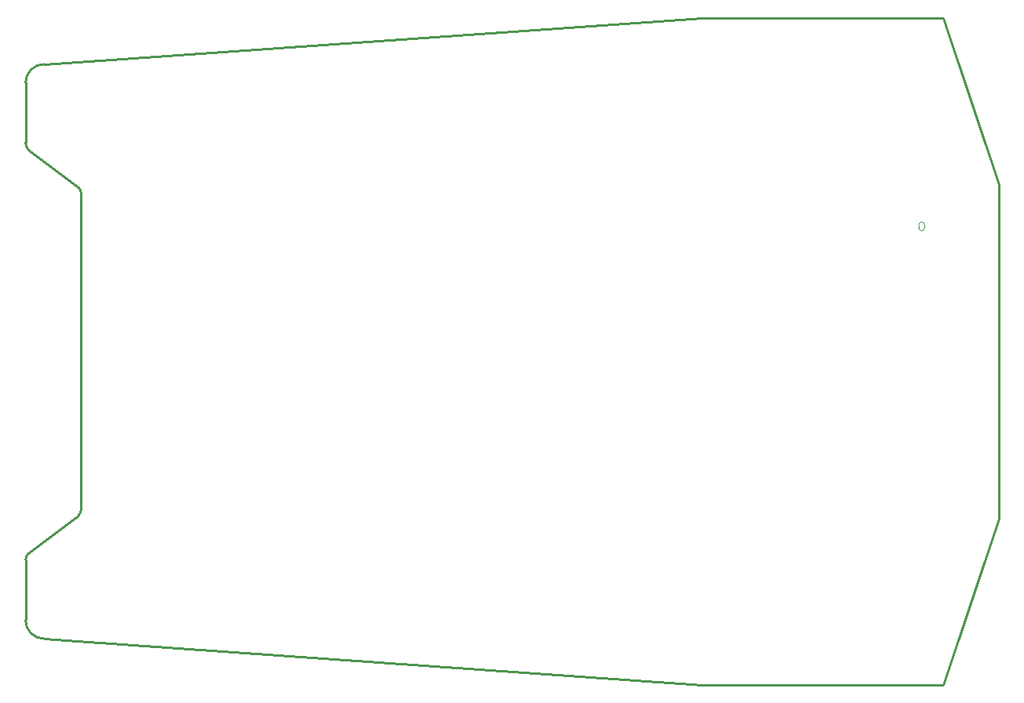
<source format=gbr>
G04 #@! TF.GenerationSoftware,KiCad,Pcbnew,8.0.1-8.0.1-1~ubuntu22.04.1*
G04 #@! TF.CreationDate,2024-03-31T08:55:46-05:00*
G04 #@! TF.ProjectId,controller,636f6e74-726f-46c6-9c65-722e6b696361,rev?*
G04 #@! TF.SameCoordinates,Original*
G04 #@! TF.FileFunction,Profile,NP*
%FSLAX46Y46*%
G04 Gerber Fmt 4.6, Leading zero omitted, Abs format (unit mm)*
G04 Created by KiCad (PCBNEW 8.0.1-8.0.1-1~ubuntu22.04.1) date 2024-03-31 08:55:46*
%MOMM*%
%LPD*%
G01*
G04 APERTURE LIST*
G04 #@! TA.AperFunction,Profile*
%ADD10C,0.254000*%
G04 #@! TD*
G04 #@! TA.AperFunction,Profile*
%ADD11C,0.010000*%
G04 #@! TD*
G04 APERTURE END LIST*
D10*
X83000000Y-71000000D02*
G75*
G02*
X85000000Y-69000000I2000000J0D01*
G01*
X156000000Y-136000000D02*
X85000000Y-131000000D01*
X88707107Y-82292893D02*
G75*
G02*
X89000000Y-83000000I-707107J-707107D01*
G01*
X188000000Y-118000000D02*
X188000000Y-82000000D01*
X89000000Y-117000000D02*
G75*
G02*
X88707107Y-117707107I-1000000J0D01*
G01*
X182000000Y-64000000D02*
X188000000Y-82000000D01*
X182000000Y-64000000D02*
X156000000Y-64000000D01*
X89000000Y-83000000D02*
X89000000Y-117000000D01*
X83000000Y-122500000D02*
X83000000Y-129000000D01*
X188000000Y-118000000D02*
X182000000Y-136000000D01*
X83292893Y-78207107D02*
G75*
G02*
X83000000Y-77500000I707107J707107D01*
G01*
X88707107Y-82292893D02*
X83292893Y-78207107D01*
X156000000Y-64000000D02*
X85000000Y-69000000D01*
X88707107Y-117707107D02*
X83292893Y-121792893D01*
X83000000Y-77500000D02*
X83000000Y-71000000D01*
X83000000Y-122500000D02*
G75*
G02*
X83292893Y-121792893I1000000J0D01*
G01*
X85000000Y-131000000D02*
G75*
G02*
X83000000Y-129000000I0J2000000D01*
G01*
X156000000Y-136000000D02*
X182000000Y-136000000D01*
D11*
X179354000Y-86650000D02*
X179354000Y-86350000D01*
X180004000Y-86350000D02*
X180004000Y-86650000D01*
X179354000Y-86350000D02*
G75*
G02*
X179679000Y-86025000I325000J0D01*
G01*
X179679000Y-86025000D02*
G75*
G02*
X180004000Y-86350000I0J-325000D01*
G01*
X179679000Y-86975000D02*
G75*
G02*
X179354000Y-86650000I0J325000D01*
G01*
X180004000Y-86650000D02*
G75*
G02*
X179679000Y-86975000I-325000J0D01*
G01*
M02*

</source>
